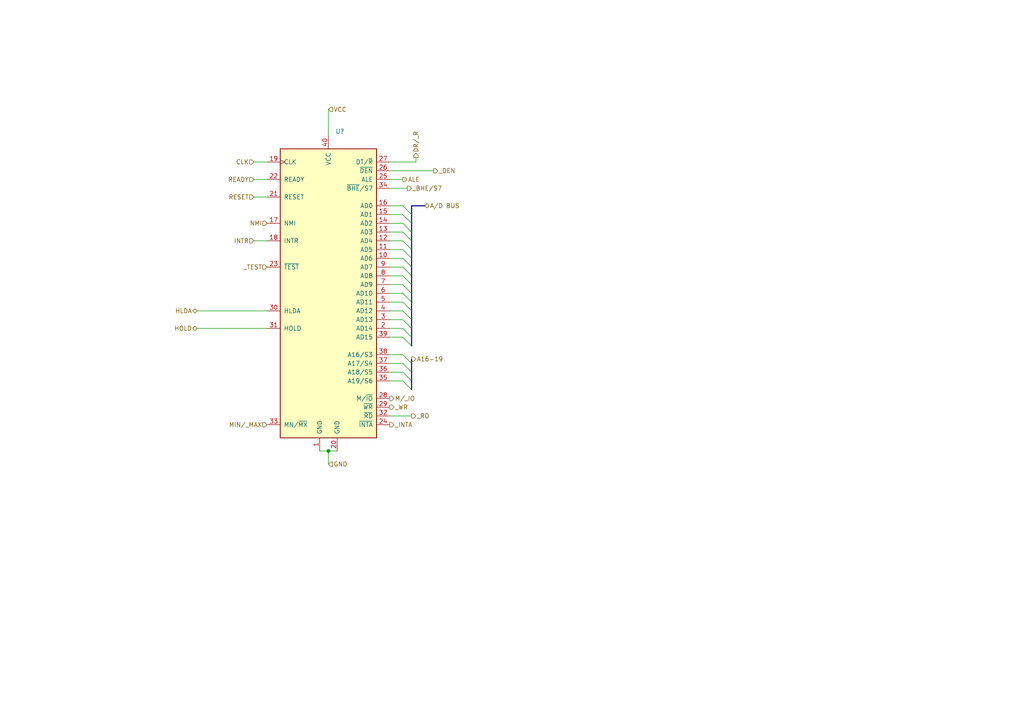
<source format=kicad_sch>
(kicad_sch (version 20211123) (generator eeschema)
  (paper "A4")
  (lib_symbols
    (symbol "MCU_Intel:8086_Min_Mode" (pin_names (offset 1.016))
      (property "Reference" "U" (at -12.7 43.18 0))
      (property "Value" "8086_Min_Mode" (at 10.16 43.18 0))
      (symbol "8086_Min_Mode_0_1"
        (rectangle (start 13.97 -41.91) (end -13.97 41.91) (stroke (width 0.254)) (fill (type background)))
      )
      (symbol "8086_Min_Mode_1_1"
        (pin power_in line (at -2.54 -45.72 90) (length 3.81) (name "GND") (number "1"))
        (pin bidirectional line (at 17.78 10.16 180) (length 3.81) (name "AD6") (number "10"))
        (pin bidirectional line (at 17.78 12.7 180) (length 3.81) (name "AD5") (number "11"))
        (pin bidirectional line (at 17.78 15.24 180) (length 3.81) (name "AD4") (number "12"))
        (pin bidirectional line (at 17.78 17.78 180) (length 3.81) (name "AD3") (number "13"))
        (pin bidirectional line (at 17.78 20.32 180) (length 3.81) (name "AD2") (number "14"))
        (pin bidirectional line (at 17.78 22.86 180) (length 3.81) (name "AD1") (number "15"))
        (pin bidirectional line (at 17.78 25.4 180) (length 3.81) (name "AD0") (number "16"))
        (pin input line (at -17.78 20.32 0) (length 3.81) (name "NMI") (number "17"))
        (pin input line (at -17.78 15.24 0) (length 3.81) (name "INTR") (number "18"))
        (pin input clock (at -17.78 38.1 0) (length 3.81) (name "CLK") (number "19"))
        (pin bidirectional line (at 17.78 -10.16 180) (length 3.81) (name "AD14") (number "2"))
        (pin power_in line (at 2.54 -45.72 90) (length 3.81) (name "GND") (number "20"))
        (pin input line (at -17.78 27.94 0) (length 3.81) (name "RESET") (number "21"))
        (pin input line (at -17.78 33.02 0) (length 3.81) (name "READY") (number "22"))
        (pin input line (at -17.78 7.62 0) (length 3.81) (name "~{TEST}") (number "23"))
        (pin output line (at 17.78 -38.1 180) (length 3.81) (name "~{INTA}") (number "24"))
        (pin output line (at 17.78 33.02 180) (length 3.81) (name "ALE") (number "25"))
        (pin output line (at 17.78 35.56 180) (length 3.81) (name "~{DEN}") (number "26"))
        (pin output line (at 17.78 38.1 180) (length 3.81) (name "DT/~{R}") (number "27"))
        (pin output line (at 17.78 -30.48 180) (length 3.81) (name "M/~{IO}") (number "28"))
        (pin output line (at 17.78 -33.02 180) (length 3.81) (name "~{WR}") (number "29"))
        (pin bidirectional line (at 17.78 -7.62 180) (length 3.81) (name "AD13") (number "3"))
        (pin output line (at -17.78 -5.08 0) (length 3.81) (name "HLDA") (number "30"))
        (pin input line (at -17.78 -10.16 0) (length 3.81) (name "HOLD") (number "31"))
        (pin output line (at 17.78 -35.56 180) (length 3.81) (name "~{RD}") (number "32"))
        (pin input line (at -17.78 -38.1 0) (length 3.81) (name "MN/~{MX}") (number "33"))
        (pin output line (at 17.78 30.48 180) (length 3.81) (name "~{BHE}/S7") (number "34"))
        (pin output line (at 17.78 -25.4 180) (length 3.81) (name "A19/S6") (number "35"))
        (pin output line (at 17.78 -22.86 180) (length 3.81) (name "A18/S5") (number "36"))
        (pin output line (at 17.78 -20.32 180) (length 3.81) (name "A17/S4") (number "37"))
        (pin output line (at 17.78 -17.78 180) (length 3.81) (name "A16/S3") (number "38"))
        (pin bidirectional line (at 17.78 -12.7 180) (length 3.81) (name "AD15") (number "39"))
        (pin bidirectional line (at 17.78 -5.08 180) (length 3.81) (name "AD12") (number "4"))
        (pin power_in line (at 0 45.72 270) (length 3.81) (name "VCC") (number "40"))
        (pin bidirectional line (at 17.78 -2.54 180) (length 3.81) (name "AD11") (number "5"))
        (pin bidirectional line (at 17.78 0 180) (length 3.81) (name "AD10") (number "6"))
        (pin bidirectional line (at 17.78 2.54 180) (length 3.81) (name "AD9") (number "7"))
        (pin bidirectional line (at 17.78 5.08 180) (length 3.81) (name "AD8") (number "8"))
        (pin bidirectional line (at 17.78 7.62 180) (length 3.81) (name "AD7") (number "9"))
      )
    )
  )
  (junction (at 95.25 130.81))
  (bus_entry (at 116.84 59.69) (size 2.54 2.54))
  (bus_entry (at 116.84 62.23) (size 2.54 2.54))
  (bus_entry (at 116.84 64.77) (size 2.54 2.54))
  (bus_entry (at 116.84 67.31) (size 2.54 2.54))
  (bus_entry (at 116.84 69.85) (size 2.54 2.54))
  (bus_entry (at 116.84 72.39) (size 2.54 2.54))
  (bus_entry (at 116.84 74.93) (size 2.54 2.54))
  (bus_entry (at 116.84 77.47) (size 2.54 2.54))
  (bus_entry (at 116.84 80.01) (size 2.54 2.54))
  (bus_entry (at 116.84 82.55) (size 2.54 2.54))
  (bus_entry (at 116.84 102.87) (size 2.54 2.54))
  (bus_entry (at 116.84 105.41) (size 2.54 2.54))
  (bus_entry (at 116.84 107.95) (size 2.54 2.54))
  (bus_entry (at 116.84 110.49) (size 2.54 2.54))
  (bus_entry (at 116.84 90.17) (size 2.54 2.54))
  (bus_entry (at 116.84 92.71) (size 2.54 2.54))
  (bus_entry (at 116.84 95.25) (size 2.54 2.54))
  (bus_entry (at 116.84 97.79) (size 2.54 2.54))
  (bus_entry (at 116.84 85.09) (size 2.54 2.54))
  (bus_entry (at 116.84 87.63) (size 2.54 2.54))
  (bus (pts (xy 119.38 64.77) (xy 119.38 67.31)))
  (bus (pts (xy 119.38 74.93) (xy 119.38 77.47)))
  (bus (pts (xy 119.38 107.95) (xy 119.38 110.49)))
  (bus (pts (xy 119.38 67.31) (xy 119.38 69.85)))
  (bus (pts (xy 119.38 95.25) (xy 119.38 97.79)))
  (wire (pts (xy 57.15 90.17) (xy 77.47 90.17)))
  (wire (pts (xy 113.03 120.65) (xy 119.38 120.65)))
  (wire (pts (xy 113.03 64.77) (xy 116.84 64.77)))
  (wire (pts (xy 73.66 69.85) (xy 77.47 69.85)))
  (wire (pts (xy 95.25 31.75) (xy 95.25 39.37)))
  (wire (pts (xy 95.25 130.81) (xy 97.79 130.81)))
  (bus (pts (xy 119.38 72.39) (xy 119.38 74.93)))
  (wire (pts (xy 113.03 102.87) (xy 116.84 102.87)))
  (wire (pts (xy 92.71 130.81) (xy 95.25 130.81)))
  (wire (pts (xy 73.66 46.99) (xy 77.47 46.99)))
  (bus (pts (xy 119.38 92.71) (xy 119.38 95.25)))
  (bus (pts (xy 119.38 62.23) (xy 119.38 64.77)))
  (bus (pts (xy 119.38 104.14) (xy 119.38 105.41)))
  (bus (pts (xy 119.38 80.01) (xy 119.38 82.55)))
  (wire (pts (xy 113.03 46.99) (xy 120.65 46.99)))
  (wire (pts (xy 113.03 80.01) (xy 116.84 80.01)))
  (wire (pts (xy 73.66 57.15) (xy 77.47 57.15)))
  (wire (pts (xy 113.03 85.09) (xy 116.84 85.09)))
  (wire (pts (xy 113.03 52.07) (xy 116.84 52.07)))
  (wire (pts (xy 113.03 92.71) (xy 116.84 92.71)))
  (wire (pts (xy 113.03 97.79) (xy 116.84 97.79)))
  (wire (pts (xy 113.03 67.31) (xy 116.84 67.31)))
  (bus (pts (xy 119.38 59.69) (xy 123.19 59.69)))
  (wire (pts (xy 57.15 95.25) (xy 77.47 95.25)))
  (wire (pts (xy 113.03 105.41) (xy 116.84 105.41)))
  (bus (pts (xy 119.38 82.55) (xy 119.38 85.09)))
  (wire (pts (xy 113.03 110.49) (xy 116.84 110.49)))
  (wire (pts (xy 73.66 52.07) (xy 77.47 52.07)))
  (wire (pts (xy 113.03 49.53) (xy 125.73 49.53)))
  (wire (pts (xy 113.03 62.23) (xy 116.84 62.23)))
  (bus (pts (xy 119.38 69.85) (xy 119.38 72.39)))
  (bus (pts (xy 119.38 90.17) (xy 119.38 92.71)))
  (wire (pts (xy 113.03 107.95) (xy 116.84 107.95)))
  (bus (pts (xy 119.38 87.63) (xy 119.38 90.17)))
  (bus (pts (xy 119.38 97.79) (xy 119.38 100.33)))
  (wire (pts (xy 113.03 82.55) (xy 116.84 82.55)))
  (wire (pts (xy 113.03 74.93) (xy 116.84 74.93)))
  (bus (pts (xy 119.38 105.41) (xy 119.38 107.95)))
  (wire (pts (xy 113.03 69.85) (xy 116.84 69.85)))
  (wire (pts (xy 113.03 77.47) (xy 116.84 77.47)))
  (bus (pts (xy 119.38 59.69) (xy 119.38 62.23)))
  (wire (pts (xy 120.65 45.72) (xy 120.65 46.99)))
  (wire (pts (xy 95.25 130.81) (xy 95.25 134.62)))
  (wire (pts (xy 113.03 72.39) (xy 116.84 72.39)))
  (bus (pts (xy 119.38 85.09) (xy 119.38 87.63)))
  (bus (pts (xy 119.38 110.49) (xy 119.38 113.03)))
  (wire (pts (xy 113.03 59.69) (xy 116.84 59.69)))
  (wire (pts (xy 113.03 95.25) (xy 116.84 95.25)))
  (wire (pts (xy 113.03 54.61) (xy 118.11 54.61)))
  (wire (pts (xy 113.03 90.17) (xy 116.84 90.17)))
  (wire (pts (xy 113.03 87.63) (xy 116.84 87.63)))
  (bus (pts (xy 119.38 77.47) (xy 119.38 80.01)))
  (hierarchical_label "_DEN" (shape output) (at 125.73 49.53 0))
  (hierarchical_label "NMI" (shape input) (at 77.47 64.77 180))
  (hierarchical_label "CLK" (shape input) (at 73.66 46.99 180))
  (hierarchical_label "READY" (shape input) (at 73.66 52.07 180))
  (hierarchical_label "A16-19" (shape output) (at 119.38 104.14 0))
  (hierarchical_label "_BHE{slash}S7" (shape output) (at 118.11 54.61 0))
  (hierarchical_label "A{slash}D BUS" (shape bidirectional) (at 123.19 59.69 0))
  (hierarchical_label "M{slash}_IO" (shape output) (at 113.03 115.57 0))
  (hierarchical_label "RESET" (shape input) (at 73.66 57.15 180))
  (hierarchical_label "MIN{slash}_MAX" (shape input) (at 77.47 123.19 180))
  (hierarchical_label "VCC" (shape input) (at 95.25 31.75 0))
  (hierarchical_label "DR{slash}_R" (shape output) (at 120.65 45.72 90))
  (hierarchical_label "INTR" (shape input) (at 73.66 69.85 180))
  (hierarchical_label "GND" (shape input) (at 95.25 134.62 0))
  (hierarchical_label "_INTA" (shape output) (at 113.03 123.19 0))
  (hierarchical_label "_TEST" (shape input) (at 77.47 77.47 180))
  (hierarchical_label "HOLD" (shape bidirectional) (at 57.15 95.25 180))
  (hierarchical_label "_RD" (shape output) (at 119.38 120.65 0))
  (hierarchical_label "_WR" (shape output) (at 113.03 118.11 0))
  (hierarchical_label "ALE" (shape output) (at 116.84 52.07 0))
  (hierarchical_label "HLDA" (shape bidirectional) (at 57.15 90.17 180))
  (symbol (lib_id "MCU_Intel:8086_Min_Mode") (at 95.25 85.09 0) (unit 1)
    (property "Reference" "U?" (at 97.2694 38.1 0) (effects (justify left)))
    (property "Datasheet" "http://datasheets.chipdb.org/Intel/x86/808x/datashts/8086/231455-006.pdf" (effects hide))
  )
)
</source>
